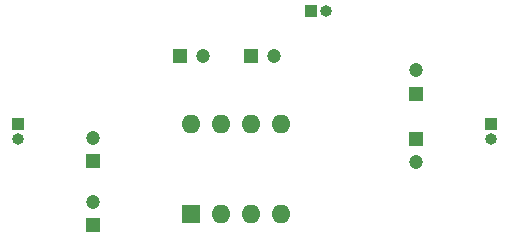
<source format=gbr>
%TF.GenerationSoftware,KiCad,Pcbnew,7.0.11-7.0.11~ubuntu22.04.1*%
%TF.CreationDate,2024-09-25T18:26:51+01:00*%
%TF.ProjectId,kicad_project,6b696361-645f-4707-926f-6a6563742e6b,rev?*%
%TF.SameCoordinates,Original*%
%TF.FileFunction,Soldermask,Bot*%
%TF.FilePolarity,Negative*%
%FSLAX46Y46*%
G04 Gerber Fmt 4.6, Leading zero omitted, Abs format (unit mm)*
G04 Created by KiCad (PCBNEW 7.0.11-7.0.11~ubuntu22.04.1) date 2024-09-25 18:26:51*
%MOMM*%
%LPD*%
G01*
G04 APERTURE LIST*
%ADD10R,1.600000X1.600000*%
%ADD11O,1.600000X1.600000*%
%ADD12R,1.000000X1.000000*%
%ADD13O,1.000000X1.000000*%
%ADD14R,1.200000X1.200000*%
%ADD15C,1.200000*%
G04 APERTURE END LIST*
D10*
%TO.C,U3*%
X67320000Y-128260000D03*
D11*
X69860000Y-128260000D03*
X72400000Y-128260000D03*
X74940000Y-128260000D03*
X74940000Y-120640000D03*
X72400000Y-120640000D03*
X69860000Y-120640000D03*
X67320000Y-120640000D03*
%TD*%
D12*
%TO.C,J3*%
X92710000Y-120650000D03*
D13*
X92710000Y-121920000D03*
%TD*%
D12*
%TO.C,J2*%
X77470000Y-111125000D03*
D13*
X78740000Y-111125000D03*
%TD*%
D12*
%TO.C,J1*%
X52705000Y-120650000D03*
D13*
X52705000Y-121920000D03*
%TD*%
D14*
%TO.C,C6*%
X86360000Y-118110000D03*
D15*
X86360000Y-116110000D03*
%TD*%
D14*
%TO.C,C5*%
X86360000Y-121920000D03*
D15*
X86360000Y-123920000D03*
%TD*%
D14*
%TO.C,C4*%
X66390000Y-114935000D03*
D15*
X68390000Y-114935000D03*
%TD*%
D14*
%TO.C,C3*%
X72390000Y-114935000D03*
D15*
X74390000Y-114935000D03*
%TD*%
D14*
%TO.C,C2*%
X59055000Y-123825000D03*
D15*
X59055000Y-121825000D03*
%TD*%
D14*
%TO.C,C1*%
X59055000Y-129242599D03*
D15*
X59055000Y-127242599D03*
%TD*%
M02*

</source>
